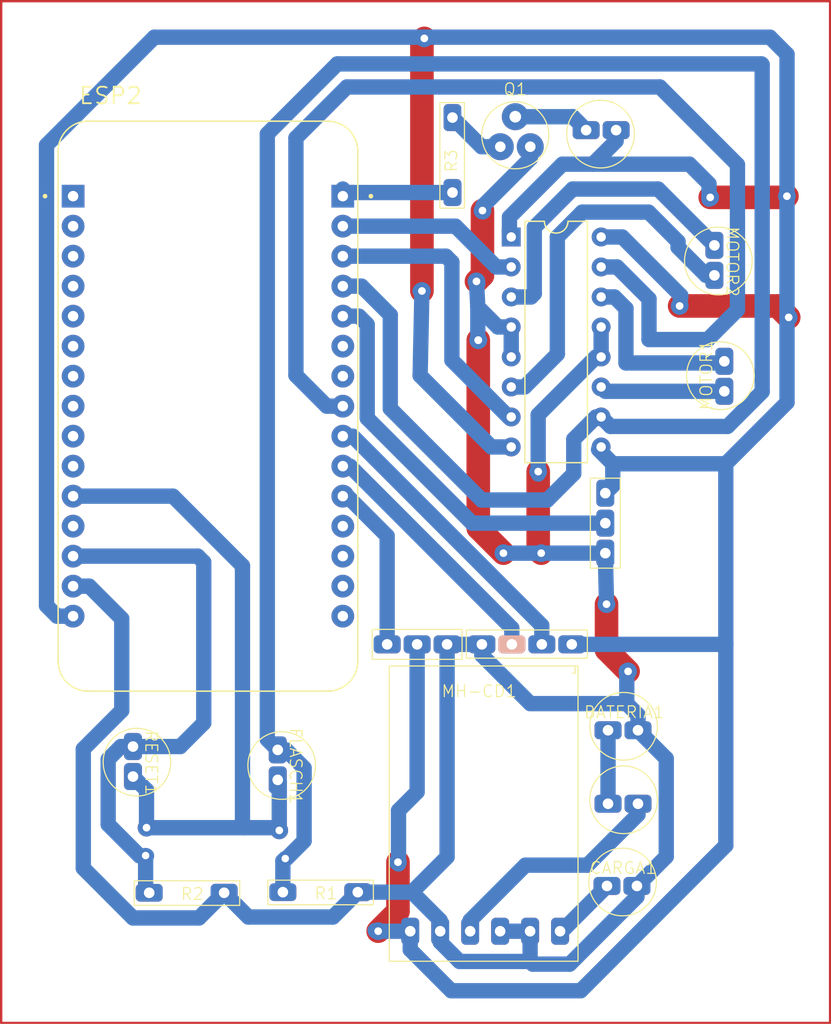
<source format=kicad_pcb>
(kicad_pcb (version 20221018) (generator pcbnew)
  (layers (0 "F.Cu" signal) (31 "B.Cu" signal) (34 "B.Paste" user) (35 "F.Paste" user) (36 "B.SilkS" user "B.Silkscreen") (37 "F.SilkS" user "F.Silkscreen") (38 "B.Mask" user) (39 "F.Mask" user) (44 "Edge.Cuts" user))
  (net 0 "")
  (net 1 "/reset")
  (net 2 "Net-(Q1-C)")
  (net 3 "+5V")
  (net 4 "/CARGA")
  (net 5 "/D1_motor")
  (net 6 "/D2_motor")
  (net 7 "/D4_led")
  (net 8 "/D5_motor")
  (net 9 "/D6_sonido")
  (net 10 "/D7_sonido")
  (net 11 "/D0_buzzer")
  (net 12 "/bateria")
  (net 13 "/3Y_motor")
  (net 14 "/4Y_motor")
  (net 15 "/1Y_motor")
  (net 16 "Net-(Q1-B)")
  (net 17 "/2Y_motor")
  (net 18 "/D8_brazo")
  (net 19 "Net-(BATERIA1-Pad1)")
  (net 20 "GND")
  (net 21 "+3.3V")
  (net 22 "/flash_D3")
  (footprint "ENTRADA 2PIN:2P" (layer "F.Cu") (at 60.956 88.509631 -90)
    (fp_text reference "RESET1" (at 3.9116 -4.0942 -90 unlocked) (layer "F.SilkS") (effects (font (thickness 0.1))))
    (fp_text value "~" hide)
    (fp_circle (center 3.8608 -2.875262) (end 6.1468 -1.148062) (stroke (width 0.1)) (fill none) (layer "F.SilkS"))
    (pad "1" thru_hole roundrect (at 2.54 -2.54 270) (size 2.286 1.524) (drill 0.9) (layers "*.Cu" "*.Mask") (net 1 "/reset"))
    (pad "2" thru_hole roundrect (at 5.08 -2.54 270) (size 2.286 1.524) (drill 0.9) (layers "*.Cu" "*.Mask") (net 21 "+3.3V"))
  )
  (footprint "ENTRADA 2PIN:3P" (layer "F.Cu") (at 102.2604 68.326 -90)
    (fp_text reference "led1" hide)
    (fp_text value "~" hide)
    (fp_rect (start 0 -2.54) (end 7.62 0) (stroke (width 0.1)) (fill none) (layer "F.SilkS"))
    (pad "1" thru_hole roundrect (at 1.27 -1.27 270) (size 2.286 1.524) (drill 0.9) (layers "*.Cu" "B.Mask") (net 3 "+5V"))
    (pad "2" thru_hole roundrect (at 3.81 -1.27 270) (size 2.286 1.524) (drill 0.9) (layers "*.Cu" "B.Mask") (net 7 "/D4_led"))
    (pad "3" thru_hole roundrect (at 6.35 -1.27 270) (size 2.286 1.524) (drill 0.9) (layers "*.Cu" "B.Mask") (net 20 "GND"))
  )
  (footprint "ENTRADA 2PIN:3P" (layer "F.Cu") (at 91.3892 81.1276 180)
    (fp_text reference "SERVOMOTOR1" hide)
    (fp_text value "~" hide)
    (fp_rect (start 0 -2.54) (end 7.62 0) (stroke (width 0.1)) (fill none) (layer "F.SilkS"))
    (pad "1" thru_hole roundrect (at 1.27 -1.27 180) (size 2.286 1.524) (drill 0.9) (layers "*.Cu" "B.Mask") (net 20 "GND"))
    (pad "2" thru_hole roundrect (at 3.81 -1.27 180) (size 2.286 1.524) (drill 0.9) (layers "*.Cu" "B.Mask") (net 3 "+5V"))
    (pad "3" thru_hole roundrect (at 6.35 -1.27 180) (size 2.286 1.524) (drill 0.9) (layers "*.Cu" "B.Mask") (net 18 "/D8_brazo"))
  )
  (footprint "ENTRADA 2PIN:2P" (layer "F.Cu") (at 106.9848 36.318703 180)
    (fp_text reference "BUZZER1" hide)
    (fp_text value "~" hide)
    (fp_circle (center 3.8608 -2.875262) (end 6.1468 -1.148062) (stroke (width 0.1)) (fill none) (layer "F.SilkS"))
    (pad "1" thru_hole roundrect (at 2.54 -2.54 180) (size 2.286 1.524) (drill 0.9) (layers "*.Cu" "*.Mask") (net 3 "+5V"))
    (pad "2" thru_hole roundrect (at 5.08 -2.54 180) (size 2.286 1.524) (drill 0.9) (layers "*.Cu" "*.Mask") (net 2 "Net-(Q1-C)"))
  )
  (footprint "ENTRADA 2PIN:4P" (layer "F.Cu") (at 102.0572 81.1276 180)
    (fp_text reference "SENSOR_ULTRASONIDO1" hide)
    (fp_text value "~" hide)
    (fp_rect (start 0.0508 -2.4384) (end 10.3124 -0.0508) (stroke (width 0.1)) (fill none) (layer "F.SilkS"))
    (pad "1" thru_hole roundrect (at 1.3716 -1.27 180) (size 2.286 1.524) (drill 0.9) (layers "*.Cu" "*.Mask") (net 3 "+5V"))
    (pad "2" thru_hole roundrect (at 3.9116 -1.27 180) (size 2.286 1.524) (drill 0.9) (layers "*.Cu" "*.Mask") (net 9 "/D6_sonido"))
    (pad "3" thru_hole roundrect (at 6.4516 -1.27 180) (size 2.286 1.524) (drill 0.9) (layers "*.Cu" "*.Mask" "B.SilkS") (net 10 "/D7_sonido"))
    (pad "4" thru_hole roundrect (at 8.9916 -1.27 180) (size 2.286 1.524) (drill 0.9) (layers "*.Cu" "*.Mask") (net 20 "GND"))
  )
  (footprint "MH-CD42:MH-CD42" (layer "F.Cu") (at 85.217 109.228)
    (fp_text reference "MH-CD1" (at 7.62 -22.86 unlocked) (layer "F.SilkS") (effects (font (thickness 0.1))))
    (fp_text value "~")
    (fp_line (start 0 -25) (end 16 -25) (stroke (width 0.1)) (layer "F.SilkS"))
    (fp_line (start 0 0) (end 0 -25) (stroke (width 0.1)) (layer "F.SilkS"))
    (fp_line (start 0 0) (end 16 0) (stroke (width 0.1)) (layer "F.SilkS"))
    (fp_line (start 15.494 -24.384) (end 15.748 -24.384) (stroke (width 0.1)) (layer "F.SilkS"))
    (fp_line (start 15.748 -24.384) (end 15.748 -24.892) (stroke (width 0.1)) (layer "F.SilkS"))
    (fp_line (start 16 -25) (end 16 0) (stroke (width 0.1)) (layer "F.SilkS"))
    (pad "1" thru_hole roundrect (at 1.778 -2.54 90) (size 2.286 1.524) (drill 0.9) (layers "*.Cu" "*.Mask") (net 3 "+5V"))
    (pad "2" thru_hole roundrect (at 4.318 -2.54 90) (size 2.286 1.524) (drill 0.9) (layers "*.Cu" "*.Mask") (net 20 "GND"))
    (pad "3" thru_hole roundrect (at 6.858 -2.54 90) (size 2.286 1.524) (drill 0.9) (layers "*.Cu" "*.Mask") (net 12 "/bateria"))
    (pad "4" thru_hole roundrect (at 9.398 -2.54 90) (size 2.286 1.524) (drill 0.9) (layers "*.Cu" "*.Mask") (net 20 "GND"))
    (pad "5" thru_hole roundrect (at 11.938 -2.54 90) (size 2.286 1.524) (drill 0.9) (layers "*.Cu" "*.Mask") (net 20 "GND"))
    (pad "6" thru_hole roundrect (at 14.478 -2.54 90) (size 2.286 1.524) (drill 0.9) (layers "*.Cu" "*.Mask") (net 4 "/CARGA"))
  )
  (footprint "resistencia:R" (layer "F.Cu") (at 89.4572 36.422 -90)
    (fp_text reference "R3" (at 5.0292 -1.016 -270 unlocked) (layer "F.SilkS") (effects (font (thickness 0.1))))
    (fp_text value "1K" hide)
    (fp_rect (start 0.1016 -2.1336) (end 9.0424 -0.0508) (stroke (width 0.1)) (fill none) (layer "F.SilkS"))
    (pad "1" thru_hole roundrect (at 1.3716 -1.1176 270) (size 2.286 1.5) (drill 0.9) (layers "*.Cu" "B.Mask") (net 16 "Net-(Q1-B)"))
    (pad "2" thru_hole roundrect (at 7.7216 -1.1176 270) (size 2.286 1.524) (drill 0.9) (layers "*.Cu" "B.Mask") (net 11 "/D0_buzzer"))
  )
  (footprint "ENTRADA 2PIN:2P" (layer "F.Cu") (at 73.224 88.792163 -90)
    (fp_text reference "FLASCH1" (at 3.9116 -4.064 -90 unlocked) (layer "F.SilkS") (effects (font (thickness 0.1))))
    (fp_text value "~")
    (fp_circle (center 3.8608 -2.875262) (end 6.1468 -1.148062) (stroke (width 0.1)) (fill none) (layer "F.SilkS"))
    (pad "1" thru_hole roundrect (at 2.54 -2.54 270) (size 2.286 1.524) (drill 0.9) (layers "*.Cu" "*.Mask") (net 22 "/flash_D3"))
    (pad "2" thru_hole roundrect (at 5.08 -2.54 270) (size 2.286 1.524) (drill 0.9) (layers "*.Cu" "*.Mask") (net 21 "+3.3V"))
  )
  (footprint "ENTRADA 2PIN:2P" (layer "F.Cu") (at 101.131031 105.3942)
    (fp_text reference "CARGA1" (at 3.9116 -4.064 unlocked) (layer "F.SilkS") (effects (font (thickness 0.1))))
    (fp_text value "~")
    (fp_circle (center 3.8608 -2.875262) (end 6.1468 -1.148062) (stroke (width 0.1)) (fill none) (layer "F.SilkS"))
    (pad "1" thru_hole roundrect (at 2.54 -2.54) (size 2.286 1.524) (drill 0.9) (layers "*.Cu" "*.Mask") (net 4 "/CARGA"))
    (pad "2" thru_hole roundrect (at 5.08 -2.54) (size 2.286 1.524) (drill 0.9) (layers "*.Cu" "*.Mask") (net 20 "GND"))
  )
  (footprint "ENTRADA 2PIN:2P" (layer "F.Cu") (at 101.219 92.21)
    (fp_text reference "BATERIA1" (at 3.9116 -4.064 unlocked) (layer "F.SilkS") (effects (font (thickness 0.1))))
    (fp_text value "~")
    (fp_circle (center 3.8608 -2.875262) (end 6.1468 -1.148062) (stroke (width 0.1)) (fill none) (layer "F.SilkS"))
    (pad "1" thru_hole roundrect (at 2.54 -2.54) (size 2.286 1.524) (drill 0.9) (layers "*.Cu" "*.Mask") (net 19 "Net-(BATERIA1-Pad1)"))
    (pad "2" thru_hole roundrect (at 5.08 -2.54) (size 2.286 1.524) (drill 0.9) (layers "*.Cu" "*.Mask") (net 20 "GND"))
  )
  (footprint "ENTRADA 2PIN:2P" (layer "F.Cu") (at 116.1558 63.511769 90)
    (fp_text reference "MOTOR1" (at 3.9116 -4.064 90 unlocked) (layer "F.SilkS") (effects (font (thickness 0.1))))
    (fp_text value "~" hide)
    (fp_circle (center 3.8608 -2.875262) (end 6.1468 -1.148062) (stroke (width 0.1)) (fill none) (layer "F.SilkS"))
    (pad "1" thru_hole roundrect (at 2.54 -2.54 90) (size 2.286 1.524) (drill 0.9) (layers "*.Cu" "*.Mask") (net 13 "/3Y_motor"))
    (pad "2" thru_hole roundrect (at 5.08 -2.54 90) (size 2.286 1.524) (drill 0.9) (layers "*.Cu" "*.Mask") (net 14 "/4Y_motor"))
  )
  (footprint "Package_DIP:DIP-16_W7.62mm" (layer "F.Cu") (at 95.5548 47.9044)
    (fp_text reference "U1" hide)
    (fp_text value "L293D" hide)
    (fp_line (start 1.16 -1.33) (end 1.16 19.11) (stroke (width 0.12)) (layer "F.SilkS"))
    (fp_line (start 1.16 19.11) (end 6.46 19.11) (stroke (width 0.12)) (layer "F.SilkS"))
    (fp_line (start 2.81 -1.33) (end 1.16 -1.33) (stroke (width 0.12)) (layer "F.SilkS"))
    (fp_line (start 6.46 -1.33) (end 4.81 -1.33) (stroke (width 0.12)) (layer "F.SilkS"))
    (fp_line (start 6.46 19.11) (end 6.46 -1.33) (stroke (width 0.12)) (layer "F.SilkS"))
    (fp_arc (start 4.81 -1.33) (mid 3.81 -0.33) (end 2.81 -1.33) (stroke (width 0.12)) (layer "F.SilkS"))
    (pad "1" thru_hole rect (at 0 0) (size 1.6 1.6) (drill 0.8) (layers "*.Cu" "*.Mask") (net 3 "+5V"))
    (pad "2" thru_hole oval (at 0 2.54) (size 1.6 1.6) (drill 0.8) (layers "*.Cu" "*.Mask") (net 5 "/D1_motor"))
    (pad "3" thru_hole oval (at 0 5.08) (size 1.6 1.6) (drill 0.8) (layers "*.Cu" "*.Mask") (net 15 "/1Y_motor"))
    (pad "4" thru_hole oval (at 0 7.62) (size 1.6 1.6) (drill 0.8) (layers "*.Cu" "*.Mask") (net 20 "GND"))
    (pad "5" thru_hole oval (at 0 10.16) (size 1.6 1.6) (drill 0.8) (layers "*.Cu" "*.Mask") (net 20 "GND"))
    (pad "6" thru_hole oval (at 0 12.7) (size 1.6 1.6) (drill 0.8) (layers "*.Cu" "*.Mask") (net 17 "/2Y_motor"))
    (pad "7" thru_hole oval (at 0 15.24) (size 1.6 1.6) (drill 0.8) (layers "*.Cu" "*.Mask") (net 6 "/D2_motor"))
    (pad "8" thru_hole oval (at 0 17.78) (size 1.6 1.6) (drill 0.8) (layers "*.Cu" "*.Mask") (net 3 "+5V"))
    (pad "9" thru_hole oval (at 7.62 17.78) (size 1.6 1.6) (drill 0.8) (layers "*.Cu" "*.Mask") (net 3 "+5V"))
    (pad "10" thru_hole oval (at 7.62 15.24) (size 1.6 1.6) (drill 0.8) (layers "*.Cu" "*.Mask") (net 22 "/flash_D3"))
    (pad "11" thru_hole oval (at 7.62 12.7) (size 1.6 1.6) (drill 0.8) (layers "*.Cu" "*.Mask") (net 13 "/3Y_motor"))
    (pad "12" thru_hole oval (at 7.62 10.16) (size 1.6 1.6) (drill 0.8) (layers "*.Cu" "*.Mask") (net 20 "GND"))
    (pad "13" thru_hole oval (at 7.62 7.62) (size 1.6 1.6) (drill 0.8) (layers "*.Cu" "*.Mask") (net 20 "GND"))
    (pad "14" thru_hole oval (at 7.62 5.08) (size 1.6 1.6) (drill 0.8) (layers "*.Cu" "*.Mask") (net 14 "/4Y_motor"))
    (pad "15" thru_hole oval (at 7.62 2.54) (size 1.6 1.6) (drill 0.8) (layers "*.Cu" "*.Mask") (net 8 "/D5_motor"))
    (pad "16" thru_hole oval (at 7.62 0) (size 1.6 1.6) (drill 0.8) (layers "*.Cu" "*.Mask") (net 3 "+5V"))
  )
  (footprint "transistores:2N2222" (layer "F.Cu") (at 95.898631 39.292103 180)
    (fp_text reference "Q1" (at 0 3.891194 unlocked) (layer "F.SilkS") (effects (font (thickness 0.1))))
    (fp_text value "2N2222" hide)
    (fp_circle (center 0 0) (end 1.27 2.54) (stroke (width 0.1)) (fill none) (layer "F.SilkS"))
    (pad "1" thru_hole circle (at -1.27 -0.970194 180) (size 2.286 2.286) (drill 0.9) (layers "*.Cu" "B.Mask") (net 20 "GND"))
    (pad "2" thru_hole circle (at 1.27 -0.970194 180) (size 2.286 2.286) (drill 0.9) (layers "*.Cu" "B.Mask") (net 16 "Net-(Q1-B)"))
    (pad "3" thru_hole circle (at 0 1.569806 180) (size 2.286 2.286) (drill 0.99) (layers "*.Cu" "B.Mask") (net 2 "Net-(Q1-C)"))
  )
  (footprint "ENTRADA 2PIN:2P" (layer "F.Cu") (at 101.219 98.433)
    (fp_text reference "INTERRUPTOR1" hide)
    (fp_text value "~" hide)
    (fp_circle (center 3.8608 -2.875262) (end 6.1468 -1.148062) (stroke (width 0.1)) (fill none) (layer "F.SilkS"))
    (pad "1" thru_hole roundrect (at 2.54 -2.54) (size 2.286 1.524) (drill 0.9) (layers "*.Cu" "*.Mask") (net 19 "Net-(BATERIA1-Pad1)"))
    (pad "2" thru_hole roundrect (at 5.08 -2.54) (size 2.286 1.524) (drill 0.9) (layers "*.Cu" "*.Mask") (net 12 "/bateria"))
  )
  (footprint "ESP8266:SEEED_113990105" (layer "F.Cu") (at 69.85 62.23)
    (fp_text reference "ESP2" (at -8.255 -26.289) (layer "F.SilkS") (effects (font (size 1.4 1.4))))
    (fp_text value "~")
    (fp_line (start -12.7 21.59) (end -12.7 -21.59) (stroke (width 0.127)) (layer "F.SilkS"))
    (fp_line (start -10.16 -24.13) (end 10.16 -24.13) (stroke (width 0.127)) (layer "F.SilkS"))
    (fp_line (start 10.16 24.13) (end -10.16 24.13) (stroke (width 0.127)) (layer "F.SilkS"))
    (fp_line (start 12.7 -21.59) (end 12.7 21.59) (stroke (width 0.127)) (layer "F.SilkS"))
    (fp_arc (start -12.7 -21.59) (mid -11.956051 -23.386051) (end -10.16 -24.13) (stroke (width 0.127)) (layer "F.SilkS"))
    (fp_arc (start -10.16 24.13) (mid -11.956051 23.386051) (end -12.7 21.59) (stroke (width 0.127)) (layer "F.SilkS"))
    (fp_arc (start 10.16 -24.13) (mid 11.956051 -23.386051) (end 12.7 -21.59) (stroke (width 0.127)) (layer "F.SilkS"))
    (fp_arc (start 12.7 21.59) (mid 11.956051 23.386051) (end 10.16 24.13) (stroke (width 0.127)) (layer "F.SilkS"))
    (fp_circle (center -13.81 -17.78) (end -13.71 -17.78) (stroke (width 0.2)) (fill none) (layer "F.SilkS"))
    (fp_circle (center 13.81 -17.78) (end 13.91 -17.78) (stroke (width 0.2)) (fill none) (layer "F.SilkS"))
    (pad "" np_thru_hole circle (at -10.16 -21.59) (size 3.2 3.2) (drill 3.2) (layers "*.Cu" "*.Mask"))
    (pad "" np_thru_hole circle (at -10.16 21.59) (size 3.2 3.2) (drill 3.2) (layers "*.Cu" "*.Mask"))
    (pad "" np_thru_hole circle (at 10.16 -21.59) (size 3.2 3.2) (drill 3.2) (layers "*.Cu" "*.Mask"))
    (pad "" np_thru_hole circle (at 10.16 21.59) (size 3.2 3.2) (drill 3.2) (layers "*.Cu" "*.Mask"))
    (pad "J1_1" thru_hole rect (at -11.43 -17.78) (size 1.93 1.93) (drill 0.889) (layers "*.Cu" "*.Mask"))
    (pad "J1_2" thru_hole circle (at -11.43 -15.24) (size 1.93 1.93) (drill 0.889) (layers "*.Cu" "*.Mask"))
    (pad "J1_3" thru_hole circle (at -11.43 -12.7) (size 1.93 1.93) (drill 0.889) (layers "*.Cu" "*.Mask"))
    (pad "J1_4" thru_hole circle (at -11.43 -10.16) (size 1.93 1.93) (drill 0.889) (layers "*.Cu" "*.Mask"))
    (pad "J1_5" thru_hole circle (at -11.43 -7.62) (size 1.93 1.93) (drill 0.889) (layers "*.Cu" "*.Mask"))
    (pad "J1_6" thru_hole circle (at -11.43 -5.08) (size 1.93 1.93) (drill 0.889) (layers "*.Cu" "*.Mask"))
    (pad "J1_7" thru_hole circle (at -11.43 -2.54) (size 1.93 1.93) (drill 0.889) (layers "*.Cu" "*.Mask"))
    (pad "J1_8" thru_hole circle (at -11.43 0) (size 1.93 1.93) (drill 0.889) (layers "*.Cu" "*.Mask"))
    (pad "J1_9" thru_hole circle (at -11.43 2.54) (size 1.93 1.93) (drill 0.889) (layers "*.Cu" "*.Mask"))
    (pad "J1_10" thru_hole circle (at -11.43 5.08) (size 1.93 1.93) (drill 0.889) (layers "*.Cu" "*.Mask"))
    (pad "J1_11" thru_hole circle (at -11.43 7.62) (size 1.93 1.93) (drill 0.889) (layers "*.Cu" "*.Mask") (net 21 "+3.3V"))
    (pad "J1_12" thru_hole circle (at -11.43 10.16) (size 1.93 1.93) (drill 0.889) (layers "*.Cu" "*.Mask"))
    (pad "J1_13" thru_hole circle (at -11.43 12.7) (size 1.93 1.93) (drill 0.889) (layers "*.Cu" "*.Mask") (net 1 "/reset"))
    (pad "J1_14" thru_hole circle (at -11.43 15.24) (size 1.93 1.93) (drill 0.889) (layers "*.Cu" "*.Mask") (net 20 "GND"))
    (pad "J1_15" thru_hole circle (at -11.43 17.78) (size 1.93 1.93) (drill 0.889) (layers "*.Cu" "*.Mask") (net 3 "+5V"))
    (pad "J2_1" thru_hole rect (at 11.43 -17.78) (size 1.93 1.93) (drill 0.889) (layers "*.Cu" "*.Mask") (net 11 "/D0_buzzer"))
    (pad "J2_2" thru_hole circle (at 11.43 -15.24) (size 1.93 1.93) (drill 0.889) (layers "*.Cu" "*.Mask") (net 5 "/D1_motor"))
    (pad "J2_3" thru_hole circle (at 11.43 -12.7) (size 1.93 1.93) (drill 0.889) (layers "*.Cu" "*.Mask") (net 6 "/D2_motor"))
    (pad "J2_4" thru_hole circle (at 11.43 -10.16) (size 1.93 1.93) (drill 0.889) (layers "*.Cu" "*.Mask") (net 22 "/flash_D3"))
    (pad "J2_5" thru_hole circle (at 11.43 -7.62) (size 1.93 1.93) (drill 0.889) (layers "*.Cu" "*.Mask") (net 7 "/D4_led"))
    (pad "J2_6" thru_hole circle (at 11.43 -5.08) (size 1.93 1.93) (drill 0.889) (layers "*.Cu" "*.Mask"))
    (pad "J2_7" thru_hole circle (at 11.43 -2.54) (size 1.93 1.93) (drill 0.889) (layers "*.Cu" "*.Mask"))
    (pad "J2_8" thru_hole circle (at 11.43 0) (size 1.93 1.93) (drill 0.889) (layers "*.Cu" "*.Mask") (net 8 "/D5_motor"))
    (pad "J2_9" thru_hole circle (at 11.43 2.54) (size 1.93 1.93) (drill 0.889) (layers "*.Cu" "*.Mask") (net 9 "/D6_sonido"))
    (pad "J2_10" thru_hole circle (at 11.43 5.08) (size 1.93 1.93) (drill 0.889) (layers "*.Cu" "*.Mask") (net 10 "/D7_sonido"))
    (pad "J2_11" thru_hole circle (at 11.43 7.62) (size 1.93 1.93) (drill 0.889) (layers "*.Cu" "*.Mask") (net 18 "/D8_brazo"))
    (pad "J2_12" thru_hole circle (at 11.43 10.16) (size 1.93 1.93) (drill 0.889) (layers "*.Cu" "*.Mask"))
    (pad "J2_13" thru_hole circle (at 11.43 12.7) (size 1.93 1.93) (drill 0.889) (layers "*.Cu" "*.Mask"))
    (pad "J2_14" thru_hole circle (at 11.43 15.24) (size 1.93 1.93) (drill 0.889) (layers "*.Cu" "*.Mask"))
    (pad "J2_15" thru_hole circle (at 11.43 17.78) (size 1.93 1.93) (drill 0.889) (layers "*.Cu" "*.Mask"))
  )
  (footprint "resistencia:R" (layer "F.Cu") (at 74.8268 104.4972)
    (fp_text reference "R1" (at 5.0292 -1.016 unlocked) (layer "F.SilkS") (effects (font (thickness 0.1))))
    (fp_text value "10K" hide)
    (fp_rect (start 0.1016 -2.1336) (end 9.0424 -0.0508) (stroke (width 0.1)) (fill none) (layer "F.SilkS"))
    (pad "1" thru_hole roundrect (at 1.3716 -1.1176) (size 2.286 1.5) (drill 0.9) (layers "*.Cu" "B.Mask") (net 22 "/flash_D3"))
    (pad "2" thru_hole roundrect (at 7.7216 -1.1176) (size 2.286 1.524) (drill 0.9) (layers "*.Cu" "B.Mask") (net 20 "GND"))
  )
  (footprint "resistencia:R" (layer "F.Cu") (at 63.4984 104.548)
    (fp_text reference "R2" (at 5.0292 -1.016 unlocked) (layer "F.SilkS") (effects (font (thickness 0.1))))
    (fp_text value "10K" hide)
    (fp_rect (start 0.1016 -2.1336) (end 9.0424 -0.0508) (stroke (width 0.1)) (fill none) (layer "F.SilkS"))
    (pad "1" thru_hole roundrect (at 1.3716 -1.1176) (size 2.286 1.5) (drill 0.9) (layers "*.Cu" "B.Mask") (net 1 "/reset"))
    (pad "2" thru_hole roundrect (at 7.7216 -1.1176) (size 2.286 1.524) (drill 0.9) (layers "*.Cu" "B.Mask") (net 20 "GND"))
  )
  (footprint "ENTRADA 2PIN:2P" (layer "F.Cu") (at 110.236 46.0756 -90)
    (fp_text reference "MOTOR2" (at 3.9116 -4.064 -90 unlocked) (layer "F.SilkS") (effects (font (thickness 0.1))))
    (fp_text value "~")
    (fp_circle (center 3.8608 -2.875262) (end 6.1468 -1.148062) (stroke (width 0.1)) (fill none) (layer "F.SilkS"))
    (pad "1" thru_hole roundrect (at 2.54 -2.54 270) (size 2.286 1.524) (drill 0.9) (layers "*.Cu" "*.Mask") (net 15 "/1Y_motor"))
    (pad "2" thru_hole roundrect (at 5.08 -2.54 270) (size 2.286 1.524) (drill 0.9) (layers "*.Cu" "*.Mask") (net 17 "/2Y_motor"))
  )
  (gr_rect (start 52.324 27.94) (end 122.5804 114.4524) (stroke (width 0.2)) (fill none) (layer "F.Cu"))
  (via (at 64.5668 100.2792) (size 0.889) (drill 0.635) (layers "F.Cu" "B.Cu") (net 1))
  (segment (start 69.4944 75.438) (end 68.9864 74.93) (width 1.3) (layer "B.Cu") (net 1))
  (segment (start 67.497169 91.049631) (end 69.4944 89.0524) (width 1.3) (layer "B.Cu") (net 1))
  (segment (start 64.055895 100.307) (end 61.392 97.643105) (width 1.3) (layer "B.Cu") (net 1))
  (segment (start 61.392 97.643105) (end 61.392 92.1288) (width 1.3) (layer "B.Cu") (net 1))
  (segment (start 64.5668 100.2792) (end 64.5668 103.1272) (width 1.3) (layer "B.Cu") (net 1))
  (segment (start 69.4944 89.0524) (end 69.4944 75.438) (width 1.3) (layer "B.Cu") (net 1))
  (segment (start 63.496 91.049631) (end 67.497169 91.049631) (width 1.3) (layer "B.Cu") (net 1))
  (segment (start 62.471169 91.049631) (end 63.496 91.049631) (width 1.3) (layer "B.Cu") (net 1))
  (segment (start 64.5668 103.1272) (end 64.87 103.4304) (width 1.3) (layer "B.Cu") (net 1))
  (segment (start 61.392 92.1288) (end 62.471169 91.049631) (width 1.3) (layer "B.Cu") (net 1))
  (segment (start 64.6438 100.307) (end 64.055895 100.307) (width 1.3) (layer "B.Cu") (net 1))
  (segment (start 68.9864 74.93) (end 58.42 74.93) (width 1.3) (layer "B.Cu") (net 1))
  (segment (start 95.898631 37.722297) (end 100.768394 37.722297) (width 1.3) (layer "B.Cu") (net 2))
  (segment (start 100.768394 37.722297) (end 101.9048 38.858703) (width 1.3) (layer "B.Cu") (net 2))
  (segment (start 85.9536 105.0036) (end 84.2772 106.68) (width 2) (layer "F.Cu") (net 3))
  (segment (start 118.8212 44.5516) (end 118.9228 44.45) (width 2) (layer "F.Cu") (net 3))
  (segment (start 112.4204 44.5516) (end 118.8212 44.5516) (width 2) (layer "F.Cu") (net 3))
  (segment (start 87.9856 52.4764) (end 87.9856 31.2928) (width 2) (layer "F.Cu") (net 3))
  (segment (start 118.11 53.7464) (end 119.0752 54.7116) (width 2) (layer "F.Cu") (net 3))
  (segment (start 109.8296 53.7464) (end 118.11 53.7464) (width 2) (layer "F.Cu") (net 3))
  (segment (start 87.9856 31.2928) (end 88.1888 31.0896) (width 2) (layer "F.Cu") (net 3))
  (segment (start 85.9536 100.838) (end 85.9536 105.0036) (width 2) (layer "F.Cu") (net 3))
  (via (at 119.0752 54.7116) (size 1.5) (drill 0.65) (layers "F.Cu" "B.Cu") (net 3))
  (via (at 88.1888 31.0896) (size 1.5) (drill 0.65) (layers "F.Cu" "B.Cu") (net 3))
  (via (at 109.8296 53.7464) (size 1.5) (drill 0.65) (layers "F.Cu" "B.Cu") (net 3))
  (via (at 87.9856 52.4764) (size 1.5) (drill 0.65) (layers "F.Cu" "B.Cu") (net 3))
  (via (at 84.2772 106.68) (size 1.5) (drill 0.65) (layers "F.Cu" "B.Cu") (net 3))
  (via (at 85.9536 100.838) (size 1.5) (drill 0.65) (layers "F.Cu" "B.Cu") (net 3))
  (via (at 112.4204 44.5516) (size 1.5) (drill 0.65) (layers "F.Cu" "B.Cu") (net 3))
  (via (at 118.9228 44.45) (size 1.5) (drill 0.65) (layers "F.Cu" "B.Cu") (net 3))
  (segment (start 118.9304 44.4424) (end 118.9228 44.45) (width 1.3) (layer "B.Cu") (net 3))
  (segment (start 88.1888 31.0896) (end 88.2904 30.988) (width 1.3) (layer "B.Cu") (net 3))
  (segment (start 104.161694 68.964706) (end 104.161694 67.1068) (width 1.3) (layer "B.Cu") (net 3))
  (segment (start 102.476342 41.7424) (end 110.6576 41.7424) (width 1.3) (layer "B.Cu") (net 3))
  (segment (start 86.0044 100.8888) (end 86.0044 100.9904) (width 1.3) (layer "B.Cu") (net 3))
  (segment (start 104.4448 39.773942) (end 102.476342 41.7424) (width 1.3) (layer "B.Cu") (net 3))
  (segment (start 104.4448 38.858703) (end 104.4448 39.773942) (width 1.3) (layer "B.Cu") (net 3))
  (segment (start 87.5792 82.3976) (end 87.5792 94.893561) (width 1.3) (layer "B.Cu") (net 3))
  (segment (start 56.166 79.120716) (end 56.166 40.127834) (width 1.3) (layer "B.Cu") (net 3))
  (segment (start 65.305834 30.988) (end 88.0872 30.988) (width 1.3) (layer "B.Cu") (net 3))
  (segment (start 86.0044 96.468361) (end 86.0044 100.7872) (width 1.3) (layer "B.Cu") (net 3))
  (segment (start 86.995 106.688) (end 84.2852 106.688) (width 1.3) (layer "B.Cu") (net 3))
  (segment (start 118.9304 54.5668) (end 119.0752 54.7116) (width 1.3) (layer "B.Cu") (net 3))
  (segment (start 118.9304 44.4576) (end 118.9304 54.5668) (width 1.3) (layer "B.Cu") (net 3))
  (segment (start 112.3188 44.6532) (end 112.3188 44.704) (width 1.3) (layer "B.Cu") (net 3))
  (segment (start 86.0044 100.7872) (end 85.9536 100.838) (width 1.3) (layer "B.Cu") (net 3))
  (segment (start 113.7412 99.426908) (end 113.7412 82.3468) (width 1.3) (layer "B.Cu") (net 3))
  (segment (start 87.5792 94.893561) (end 86.0044 96.468361) (width 1.3) (layer "B.Cu") (net 3))
  (segment (start 118.9304 32.439695) (end 118.9304 44.4424) (width 1.3) (layer "B.Cu") (net 3))
  (segment (start 102.476342 41.7424) (end 99.88952 41.7424) (width 1.3) (layer "B.Cu") (net 3))
  (segment (start 93.8784 65.6844) (end 91.186 62.992) (width 1.3) (layer "B.Cu") (net 3))
  (segment (start 119.0752 54.7116) (end 118.9304 54.8564) (width 1.3) (layer "B.Cu") (net 3))
  (segment (start 87.9856 52.4764) (end 87.8332 52.4764) (width 1.3) (layer "B.Cu") (net 3))
  (segment (start 84.082 106.688) (end 84.0232 106.6292) (width 1.3) (layer "B.Cu") (net 3))
  (segment (start 117.478705 30.988) (end 118.9304 32.439695) (width 1.3) (layer "B.Cu") (net 3))
  (segment (start 57.055284 80.01) (end 56.166 79.120716) (width 1.3) (layer "B.Cu") (net 3))
  (segment (start 118.9228 44.45) (end 118.9304 44.4576) (width 1.3) (layer "B.Cu") (net 3))
  (segment (start 118.9304 54.8564) (end 118.9304 61.9176) (width 1.3) (layer "B.Cu") (net 3))
  (segment (start 86.995 106.688) (end 86.995 108.250876) (width 1.3) (layer "B.Cu") (net 3))
  (segment (start 86.995 108.250876) (end 90.472124 111.728) (width 1.3) (layer "B.Cu") (net 3))
  (segment (start 84.2772 106.68) (end 84.2692 106.688) (width 1.3) (layer "B.Cu") (net 3))
  (segment (start 109.8296 53.7464) (end 109.9312 53.6956) (width 1.3) (layer "B.Cu") (net 3))
  (segment (start 58.42 80.01) (end 57.055284 80.01) (width 1.3) (layer "B.Cu") (net 3))
  (segment (start 99.88952 41.7424) (end 95.4048 46.227121) (width 1.3) (layer "B.Cu") (net 3))
  (segment (start 56.166 40.127834) (end 65.305834 30.988) (width 1.3) (layer "B.Cu") (net 3))
  (segment (start 90.472124 111.728) (end 101.440108 111.728) (width 1.3) (layer "B.Cu") (net 3))
  (segment (start 88.2904 30.988) (end 117.478705 30.988) (width 1.3) (layer "B.Cu") (net 3))
  (segment (start 103.5304 69.596) (end 104.161694 68.964706) (width 1.3) (layer "B.Cu") (net 3))
  (segment (start 84.2692 106.688) (end 84.082 106.688) (width 1.3) (layer "B.Cu") (net 3))
  (segment (start 101.440108 111.728) (end 113.7412 99.426908) (width 1.3) (layer "B.Cu") (net 3))
  (segment (start 112.4204 44.5516) (end 112.3188 44.6532) (width 1.3) (layer "B.Cu") (net 3))
  (segment (start 104.161694 67.1068) (end 102.957047 65.902153) (width 1.3) (layer "B.Cu") (net 3))
  (segment (start 112.3188 43.4036) (end 112.3188 44.45) (width 1.3) (layer "B.Cu") (net 3))
  (segment (start 84.2852 106.688) (end 84.2772 106.68) (width 1.3) (layer "B.Cu") (net 3))
  (segment (start 118.9304 61.9176) (end 113.7412 67.1068) (width 1.3) (layer "B.Cu") (net 3))
  (segment (start 112.3188 44.45) (end 112.4204 44.5516) (width 1.3) (layer "B.Cu") (net 3))
  (segment (start 95.4048 46.227121) (end 95.4048 47.9044) (width 1.3) (layer "B.Cu") (net 3))
  (segment (start 87.8332 59.6392) (end 87.9856 52.4764) (width 1.3) (layer "B.Cu") (net 3))
  (segment (start 103.1748 47.9044) (end 104.96505 47.9044) (width 1.3) (layer "B.Cu") (net 3))
  (segment (start 88.0872 30.988) (end 88.1888 31.0896) (width 1.3) (layer "B.Cu") (net 3))
  (segment (start 113.7412 67.1068) (end 104.161694 67.1068) (width 1.3) (layer "B.Cu") (net 3))
  (segment (start 104.96505 47.9044) (end 109.9312 52.87055) (width 1.3) (layer "B.Cu") (net 3))
  (segment (start 109.9312 52.87055) (end 109.8296 53.7464) (width 1.3) (layer "B.Cu") (net 3))
  (segment (start 95.5548 65.6844) (end 93.8784 65.6844) (width 1.3) (layer "B.Cu") (net 3))
  (segment (start 85.9536 100.838) (end 86.0044 100.8888) (width 1.3) (layer "B.Cu") (net 3))
  (segment (start 113.6904 82.3976) (end 113.7412 82.3468) (width 1.3) (layer "B.Cu") (net 3))
  (segment (start 91.186 62.992) (end 87.8332 59.6392) (width 1.3) (layer "B.Cu") (net 3))
  (segment (start 100.6856 82.3976) (end 113.6904 82.3976) (width 1.3) (layer "B.Cu") (net 3))
  (segment (start 113.7412 82.3468) (end 113.7412 67.1068) (width 1.3) (layer "B.Cu") (net 3))
  (segment (start 110.6576 41.7424) (end 112.3188 43.4036) (width 1.3) (layer "B.Cu") (net 3))
  (segment (start 103.671031 102.8542) (end 103.5288 102.8542) (width 1.3) (layer "B.Cu") (net 4))
  (segment (start 99.837231 106.688) (end 103.671031 102.8542) (width 1.3) (layer "B.Cu") (net 4))
  (segment (start 99.695 106.688) (end 99.837231 106.688) (width 1.3) (layer "B.Cu") (net 4))
  (segment (start 94.2868 50.4444) (end 95.5548 50.4444) (width 1.3) (layer "B.Cu") (net 5))
  (segment (start 81.28 46.99) (end 90.8324 46.99) (width 1.3) (layer "B.Cu") (net 5))
  (segment (start 90.8324 46.99) (end 94.2868 50.4444) (width 1.3) (layer "B.Cu") (net 5))
  (segment (start 90.5256 50.038) (end 90.0176 49.53) (width 1.3) (layer "B.Cu") (net 6))
  (segment (start 90.0176 49.53) (end 81.28 49.53) (width 1.3) (layer "B.Cu") (net 6))
  (segment (start 90.5256 58.338573) (end 95.331427 63.1444) (width 1.3) (layer "B.Cu") (net 6))
  (segment (start 90.5256 50.038) (end 90.5256 58.338573) (width 1.3) (layer "B.Cu") (net 6))
  (segment (start 95.331427 63.1444) (end 95.5548 63.1444) (width 1.3) (layer "B.Cu") (net 6))
  (segment (start 83.349 63.24287) (end 83.349 55.314284) (width 1.3) (layer "B.Cu") (net 7))
  (segment (start 92.24213 72.136) (end 83.349 63.24287) (width 1.3) (layer "B.Cu") (net 7))
  (segment (start 82.644716 54.61) (end 81.28 54.61) (width 1.3) (layer "B.Cu") (net 7))
  (segment (start 103.5304 72.136) (end 92.24213 72.136) (width 1.3) (layer "B.Cu") (net 7))
  (segment (start 83.349 55.314284) (end 82.644716 54.61) (width 1.3) (layer "B.Cu") (net 7))
  (segment (start 108.1532 35.2044) (end 114.73 41.7812) (width 1.3) (layer "B.Cu") (net 8))
  (segment (start 114.73 54.074462) (end 112.213262 56.5912) (width 1.3) (layer "B.Cu") (net 8))
  (segment (start 104.529544 50.4444) (end 103.1748 50.4444) (width 1.3) (layer "B.Cu") (net 8))
  (segment (start 112.213262 56.5912) (end 107.2328 56.5912) (width 1.3) (layer "B.Cu") (net 8))
  (segment (start 81.28 62.23) (end 79.915284 62.23) (width 1.3) (layer "B.Cu") (net 8))
  (segment (start 77.306 39.519967) (end 81.621567 35.2044) (width 1.3) (layer "B.Cu") (net 8))
  (segment (start 107.2328 56.5912) (end 107.2328 53.147656) (width 1.3) (layer "B.Cu") (net 8))
  (segment (start 77.306 59.620716) (end 77.306 39.519967) (width 1.3) (layer "B.Cu") (net 8))
  (segment (start 81.621567 35.2044) (end 108.1532 35.2044) (width 1.3) (layer "B.Cu") (net 8))
  (segment (start 114.73 41.7812) (end 114.73 54.074462) (width 1.3) (layer "B.Cu") (net 8))
  (segment (start 79.915284 62.23) (end 77.306 59.620716) (width 1.3) (layer "B.Cu") (net 8))
  (segment (start 107.2328 53.147656) (end 104.529544 50.4444) (width 1.3) (layer "B.Cu") (net 8))
  (segment (start 98.1456 80.802844) (end 98.1456 82.3976) (width 1.3) (layer "B.Cu") (net 9))
  (segment (start 82.112756 64.77) (end 98.1456 80.802844) (width 1.3) (layer "B.Cu") (net 9))
  (segment (start 81.28 64.77) (end 82.112756 64.77) (width 1.3) (layer "B.Cu") (net 9))
  (segment (start 81.28 67.31) (end 81.889382 67.31) (width 1.3) (layer "B.Cu") (net 10))
  (segment (start 81.889382 67.31) (end 95.6056 81.026218) (width 1.3) (layer "B.Cu") (net 10))
  (segment (start 95.6056 81.026218) (end 95.6056 82.3976) (width 1.3) (layer "B.Cu") (net 10))
  (segment (start 90.5748 44.1436) (end 81.5864 44.1436) (width 1.3) (layer "B.Cu") (net 11))
  (segment (start 81.28 44.45) (end 81.28 43.8404) (width 1.3) (layer "B.Cu") (net 11))
  (segment (start 81.5864 44.1436) (end 81.28 44.45) (width 1.3) (layer "B.Cu") (net 11))
  (segment (start 102.015239 101.092) (end 96.755761 101.092) (width 1.3) (layer "B.Cu") (net 12))
  (segment (start 106.299 95.893) (end 106.299 96.808239) (width 1.3) (layer "B.Cu") (net 12))
  (segment (start 96.755761 101.092) (end 92.075 105.772761) (width 1.3) (layer "B.Cu") (net 12))
  (segment (start 106.299 96.808239) (end 102.015239 101.092) (width 1.3) (layer "B.Cu") (net 12))
  (segment (start 92.075 105.772761) (end 92.075 106.688) (width 1.3) (layer "B.Cu") (net 12))
  (segment (start 113.6158 60.971769) (end 103.542169 60.971769) (width 1.3) (layer "B.Cu") (net 13))
  (segment (start 103.542169 60.971769) (end 103.1748 60.6044) (width 1.3) (layer "B.Cu") (net 13))
  (segment (start 105.2788 58.5724) (end 113.475169 58.5724) (width 1.3) (layer "B.Cu") (net 14))
  (segment (start 104.30617 52.9844) (end 105.2788 53.95703) (width 1.3) (layer "B.Cu") (net 14))
  (segment (start 113.475169 58.5724) (end 113.6158 58.431769) (width 1.3) (layer "B.Cu") (net 14))
  (segment (start 105.2788 53.95703) (end 105.2788 58.5724) (width 1.3) (layer "B.Cu") (net 14))
  (segment (start 103.1748 52.9844) (end 104.30617 52.9844) (width 1.3) (layer "B.Cu") (net 14))
  (segment (start 97.5088 47.098626) (end 97.5088 52.7068) (width 1.3) (layer "B.Cu") (net 15))
  (segment (start 112.776 48.6156) (end 108.0068 43.8464) (width 1.3) (layer "B.Cu") (net 15))
  (segment (start 97.2312 52.9844) (end 95.5548 52.9844) (width 1.3) (layer "B.Cu") (net 15))
  (segment (start 97.5088 52.7068) (end 97.2312 52.9844) (width 1.3) (layer "B.Cu") (net 15))
  (segment (start 108.0068 43.8464) (end 100.761026 43.8464) (width 1.3) (layer "B.Cu") (net 15))
  (segment (start 100.761026 43.8464) (end 97.5088 47.098626) (width 1.3) (layer "B.Cu") (net 15))
  (segment (start 93.043497 40.262297) (end 90.5748 37.7936) (width 1.3) (layer "B.Cu") (net 16))
  (segment (start 94.628631 40.262297) (end 93.043497 40.262297) (width 1.3) (layer "B.Cu") (net 16))
  (segment (start 109.692513 48.77522) (end 109.692513 48.295487) (width 1.3) (layer "B.Cu") (net 17))
  (segment (start 96.68617 60.6044) (end 95.5548 60.6044) (width 1.3) (layer "B.Cu") (net 17))
  (segment (start 99.4628 57.82777) (end 96.68617 60.6044) (width 1.3) (layer "B.Cu") (net 17))
  (segment (start 112.072893 51.1556) (end 109.692513 48.77522) (width 1.3) (layer "B.Cu") (net 17))
  (segment (start 109.692513 48.295487) (end 107.197426 45.8004) (width 1.3) (layer "B.Cu") (net 17))
  (segment (start 112.776 51.1556) (end 112.072893 51.1556) (width 1.3) (layer "B.Cu") (net 17))
  (segment (start 99.4628 47.908) (end 99.4628 57.82777) (width 1.3) (layer "B.Cu") (net 17))
  (segment (start 107.197426 45.8004) (end 101.5704 45.8004) (width 1.3) (layer "B.Cu") (net 17))
  (segment (start 101.5704 45.8004) (end 99.4628 47.908) (width 1.3) (layer "B.Cu") (net 17))
  (segment (start 81.666008 69.85) (end 85.0392 73.223192) (width 1.3) (layer "B.Cu") (net 18))
  (segment (start 85.0392 73.223192) (end 85.0392 82.3976) (width 1.3) (layer "B.Cu") (net 18))
  (segment (start 81.28 69.85) (end 81.666008 69.85) (width 1.3) (layer "B.Cu") (net 18))
  (segment (start 103.759 89.67) (end 103.759 95.893) (width 1.3) (layer "B.Cu") (net 19))
  (segment (start 93.1164 45.6692) (end 93.1164 51.1556) (width 2) (layer "F.Cu") (net 20))
  (segment (start 92.7608 56.642) (end 92.7608 72.5424) (width 2) (layer "F.Cu") (net 20))
  (segment (start 92.7608 72.5424) (end 94.8944 74.676) (width 2) (layer "F.Cu") (net 20))
  (segment (start 103.632 78.994) (end 103.632 82.8548) (width 2) (layer "F.Cu") (net 20))
  (segment (start 97.8408 74.422) (end 98.0948 74.676) (width 2) (layer "F.Cu") (net 20))
  (segment (start 97.8408 67.7672) (end 97.8408 74.422) (width 2) (layer "F.Cu") (net 20))
  (segment (start 103.632 82.8548) (end 105.4608 84.6836) (width 2) (layer "F.Cu") (net 20))
  (segment (start 93.1164 51.1556) (end 92.6084 51.6636) (width 2) (layer "F.Cu") (net 20))
  (via (at 92.7608 56.642) (size 1.5) (drill 0.65) (layers "F.Cu" "B.Cu") (net 20))
  (via (at 103.632 78.994) (size 1.5) (drill 0.65) (layers "F.Cu" "B.Cu") (net 20))
  (via (at 92.6084 51.6636) (size 1.5) (drill 0.65) (layers "F.Cu" "B.Cu") (net 20))
  (via (at 105.4608 84.6836) (size 1.5) (drill 0.65) (layers "F.Cu" "B.Cu") (net 20))
  (via (at 97.8408 67.7672) (size 1.5) (drill 0.65) (layers "F.Cu" "B.Cu") (net 20))
  (via (at 92.7608 56.642) (size 1.5) (drill 0.65) (layers "F.Cu" "B.Cu") (net 20))
  (via (at 93.1164 45.6692) (size 1.5) (drill 0.65) (layers "F.Cu" "B.Cu") (net 20))
  (via (at 92.7608 56.642) (size 1.5) (drill 0.65) (layers "F.Cu" "B.Cu") (net 20))
  (via (at 92.7608 56.642) (size 1.5) (drill 0.65) (layers "F.Cu" "B.Cu") (net 20))
  (via (at 94.8944 74.676) (size 1.5) (drill 0.65) (layers "F.Cu" "B.Cu") (net 20))
  (via (at 98.0948 74.676) (size 1.5) (drill 0.65) (layers "F.Cu" "B.Cu") (net 20))
  (segment (start 93.0656 82.3976) (end 90.1192 82.3976) (width 1.3) (layer "B.Cu") (net 20))
  (segment (start 89.535 106.688) (end 89.535 107.603239) (width 1.3) (layer "B.Cu") (net 20))
  (segment (start 93.1164 45.6692) (end 93.1672 45.72) (width 1.3) (layer "B.Cu") (net 20))
  (segment (start 91.177161 109.2454) (end 97.155 109.2454) (width 1.3) (layer "B.Cu") (net 20))
  (segment (start 95.5548 55.5244) (end 94.42343 55.5244) (width 1.3) (layer "B.Cu") (net 20))
  (segment (start 97.155 109.2454) (end 97.3836 109.474) (width 1.3) (layer "B.Cu") (net 20))
  (segment (start 98.0948 74.676) (end 97.79 74.676) (width 1.3) (layer "B.Cu") (net 20))
  (segment (start 97.8408 67.7672) (end 97.8408 67.9764) (width 1.3) (layer "B.Cu") (net 20))
  (segment (start 59.2836 101.346) (end 63.5 105.5624) (width 1.3) (layer "B.Cu") (net 20))
  (segment (start 103.1748 58.0644) (end 102.739294 58.0644) (width 1.3) (layer "B.Cu") (net 20))
  (segment (start 108.696 100.369231) (end 106.211031 102.8542) (width 1.3) (layer "B.Cu") (net 20))
  (segment (start 93.1672 45.6184) (end 93.1164 45.6692) (width 1.3) (layer "B.Cu") (net 20))
  (segment (start 73.2732 105.4836) (end 80.4444 105.4836) (width 1.3) (layer "B.Cu") (net 20))
  (segment (start 87.141839 103.3796) (end 89.535 105.772761) (width 1.3) (layer "B.Cu") (net 20))
  (segment (start 92.721847 53.822817) (end 92.721847 56.603047) (width 1.3) (layer "B.Cu") (net 20))
  (segment (start 97.155 106.688) (end 97.155 109.2454) (width 1.3) (layer "B.Cu") (net 20))
  (segment (start 105.4608 84.6836) (end 105.3084 84.6516) (width 1.3) (layer "B.Cu") (net 20))
  (segment (start 97.168761 87.416) (end 105.3484 87.416) (width 1.3) (layer "B.Cu") (net 20))
  (segment (start 92.7608 56.642) (end 92.721847 56.680953) (width 1.3) (layer "B.Cu") (net 20))
  (segment (start 103.5304 74.676) (end 98.0948 74.676) (width 1.3) (layer "B.Cu") (net 20))
  (segment (start 94.615 106.688) (end 97.155 106.688) (width 1.3) (layer "B.Cu") (net 20))
  (segment (start 106.211031 103.769439) (end 106.211031 102.8542) (width 1.3) (layer "B.Cu") (net 20))
  (segment (start 80.4444 105.4836) (end 82.5484 103.3796) (width 1.3) (layer "B.Cu") (net 20))
  (segment (start 94.8944 74.676) (end 94.994262 74.676) (width 1.3) (layer "B.Cu") (net 20))
  (segment (start 92.6084 51.6636) (end 92.721847 51.854953) (width 1.3) (layer "B.Cu") (net 20))
  (segment (start 93.0656 83.312839) (end 97.168761 87.416) (width 1.3) (layer "B.Cu") (net 20))
  (segment (start 92.721847 56.603047) (end 92.7608 56.642) (width 1.3) (layer "B.Cu") (net 20))
  (segment (start 69.088 105.5624) (end 71.22 103.4304) (width 1.3) (layer "B.Cu") (net 20))
  (segment (start 71.22 103.4304) (end 73.2732 105.4836) (width 1.3) (layer "B.Cu") (net 20))
  (segment (start 93.0656 82.3976) (end 93.0656 83.312839) (width 1.3) (layer "B.Cu") (net 20))
  (segment (start 103.5304 74.676) (end 103.632 78.994) (width 1.3) (layer "B.Cu") (net 20))
  (segment (start 93.1672 45.277084) (end 93.1672 45.6184) (width 1.3) (layer "B.Cu") (net 20))
  (segment (start 105.3484 87.416) (end 106.299 88.3666) (width 1.3) (layer "B.Cu") (net 20))
  (segment (start 98.0948 74.676) (end 94.8944 74.676) (width 1.3) (layer "B.Cu") (net 20))
  (segment (start 100.50647 109.474) (end 106.211031 103.769439) (width 1.3) (layer "B.Cu") (net 20))
  (segment (start 102.739294 58.0644) (end 97.8408 62.962894) (width 1.3) (layer "B.Cu") (net 20))
  (segment (start 97.8408 62.962894) (end 97.8408 67.7672) (width 1.3) (layer "B.Cu") (net 20))
  (segment (start 106.299 89.67) (end 108.696 92.067) (width 1.3) (layer "B.Cu") (net 20))
  (segment (start 82.5484 103.3796) (end 87.141839 103.3796) (width 1.3) (layer "B.Cu") (net 20))
  (segment (start 105.3084 84.756) (end 105.4608 84.6836) (width 1.3) (layer "B.Cu") (net 20))
  (segment (start 95.5548 58.0644) (end 95.5548 55.5244) (width 1.3) (layer "B.Cu") (net 20))
  (segment (start 62.544 88.001294) (end 59.2836 91.261694) (width 1.3) (layer "B.Cu") (net 20))
  (segment (start 63.5 105.5624) (end 69.088 105.5624) (width 1.3) (layer "B.Cu") (net 20))
  (segment (start 106.299 88.3666) (end 106.299 89.67) (width 1.3) (layer "B.Cu") (net 20))
  (segment (start 97.3836 109.474) (end 100.50647 109.474) (width 1.3) (layer "B.Cu") (net 20))
  (segment (start 92.721847 53.822817) (end 92.6084 51.6636) (width 1.3) (layer "B.Cu") (net 20))
  (segment (start 108.696 92.067) (end 108.696 100.369231) (width 1.3) (layer "B.Cu") (net 20))
  (segment (start 89.535 107.603239) (end 91.177161 109.2454) (width 1.3) (layer "B.Cu") (net 20))
  (segment (start 103.632 78.994) (end 103.5304 78.994) (width 1.3) (layer "B.Cu") (net 20))
  (segment (start 105.3484 87.416) (end 105.3484 84.796) (width 1.3) (layer "B.Cu") (net 20))
  (segment (start 94.42343 55.5244) (end 92.721847 53.822817) (width 1.3) (layer "B.Cu") (net 20))
  (segment (start 93.1672 45.72) (end 93.1672 45.7708) (width 1.3) (layer "B.Cu") (net 20))
  (segment (start 62.544 80.229284) (end 62.544 88.001294) (width 1.3) (layer "B.Cu") (net 20))
  (segment (start 103.1748 55.5244) (end 103.1748 58.0644) (width 1.3) (layer "B.Cu") (net 20))
  (segment (start 89.535 105.772761) (end 89.535 106.688) (width 1.3) (layer "B.Cu") (net 20))
  (segment (start 90.1192 100.402239) (end 87.141839 103.3796) (width 1.3) (layer "B.Cu") (net 20))
  (segment (start 97.168631 41.275653) (end 93.1672 45.277084) (width 1.3) (layer "B.Cu") (net 20))
  (segment (start 59.784716 77.47) (end 62.544 80.229284) (width 1.3) (layer "B.Cu") (net 20))
  (segment (start 90.1192 82.3976) (end 90.1192 100.402239) (width 1.3) (layer "B.Cu") (net 20))
  (segment (start 97.168631 40.262297) (end 97.168631 41.275653) (width 1.3) (layer "B.Cu") (net 20))
  (segment (start 59.2836 91.261694) (end 59.2836 101.346) (width 1.3) (layer "B.Cu") (net 20))
  (segment (start 58.42 77.47) (end 59.784716 77.47) (width 1.3) (layer "B.Cu") (net 20))
  (via (at 75.8958 98.151132) (size 1.5) (drill 0.65) (layers "F.Cu" "B.Cu") (net 21))
  (via (at 64.6438 97.9194) (size 1.5) (drill 0.65) (layers "F.Cu" "B.Cu") (net 21))
  (segment (start 75.8958 94.003963) (end 75.764 93.872163) (width 1.3) (layer "B.Cu") (net 21))
  (segment (start 58.42 69.85) (end 66.881905 69.85) (width 1.3) (layer "B.Cu") (net 21))
  (segment (start 64.6438 97.9194) (end 72.898 97.9194) (width 1.3) (layer "B.Cu") (net 21))
  (segment (start 64.6438 97.9194) (end 64.6438 94.737431) (width 1.3) (layer "B.Cu") (net 21))
  (segment (start 66.881905 69.85) (end 72.7752 75.743295) (width 1.3) (layer "B.Cu") (net 21))
  (segment (start 64.6438 94.737431) (end 63.496 93.589631) (width 1.3) (layer "B.Cu") (net 21))
  (segment (start 75.664068 97.9194) (end 75.8958 98.151132) (width 1.3) (layer "B.Cu") (net 21))
  (segment (start 75.8958 98.151132) (end 75.8958 94.003963) (width 1.3) (layer "B.Cu") (net 21))
  (segment (start 72.7752 97.7966) (end 72.898 97.9194) (width 1.3) (layer "B.Cu") (net 21))
  (segment (start 72.898 97.9194) (end 75.664068 97.9194) (width 1.3) (layer "B.Cu") (net 21))
  (segment (start 72.7752 75.743295) (end 72.7752 97.7966) (width 1.3) (layer "B.Cu") (net 21))
  (via (at 76.4032 100.5332) (size 0.889) (drill 0.635) (layers "F.Cu" "B.Cu") (net 22))
  (segment (start 98.617257 70.175448) (end 100.853047 67.939658) (width 1.3) (layer "B.Cu") (net 22))
  (segment (start 103.974799 63.944399) (end 113.886277 63.944399) (width 1.3) (layer "B.Cu") (net 22))
  (segment (start 76.1984 103.3796) (end 76.1984 100.738) (width 1.3) (layer "B.Cu") (net 22))
  (segment (start 75.764 91.332163) (end 76.467107 91.332163) (width 1.3) (layer "B.Cu") (net 22))
  (segment (start 80.812193 33.2504) (end 74.8792 39.183393) (width 1.3) (layer "B.Cu") (net 22))
  (segment (start 116.8264 33.3112) (end 116.7656 33.2504) (width 1.3) (layer "B.Cu") (net 22))
  (segment (start 81.28 52.07) (end 82.868089 52.07) (width 1.3) (layer "B.Cu") (net 22))
  (segment (start 82.868089 52.07) (end 85.303 54.504911) (width 1.3) (layer "B.Cu") (net 22))
  (segment (start 116.7656 33.2504) (end 80.812193 33.2504) (width 1.3) (layer "B.Cu") (net 22))
  (segment (start 93.044952 70.175448) (end 98.617257 70.175448) (width 1.3) (layer "B.Cu") (net 22))
  (segment (start 76.1984 100.738) (end 76.4032 100.5332) (width 1.3) (layer "B.Cu") (net 22))
  (segment (start 85.303 62.433496) (end 93.044952 70.175448) (width 1.3) (layer "B.Cu") (net 22))
  (segment (start 75.764 91.332163) (end 76.32187 91.332163) (width 1.3) (layer "B.Cu") (net 22))
  (segment (start 113.886277 63.944399) (end 116.8264 61.004276) (width 1.3) (layer "B.Cu") (net 22))
  (segment (start 74.8792 39.183393) (end 74.8792 90.447363) (width 1.3) (layer "B.Cu") (net 22))
  (segment (start 77.9998 99.0382) (end 76.499268 100.538732) (width 1.3) (layer "B.Cu") (net 22))
  (segment (start 77.9998 92.864856) (end 77.9998 99.0382) (width 1.3) (layer "B.Cu") (net 22))
  (segment (start 103.1748 63.1444) (end 103.974799 63.944399) (width 1.3) (layer "B.Cu") (net 22))
  (segment (start 100.853047 65.030647) (end 102.739294 63.1444) (width 1.3) (layer "B.Cu") (net 22))
  (segment (start 102.739294 63.1444) (end 103.1748 63.1444) (width 1.3) (layer "B.Cu") (net 22))
  (segment (start 76.467107 91.332163) (end 77.9998 92.864856) (width 1.3) (layer "B.Cu") (net 22))
  (segment (start 74.8792 90.447363) (end 75.764 91.332163) (width 1.3) (layer "B.Cu") (net 22))
  (segment (start 85.303 54.504911) (end 85.303 62.433496) (width 1.3) (layer "B.Cu") (net 22))
  (segment (start 116.8264 61.004276) (end 116.8264 33.3112) (width 1.3) (layer "B.Cu") (net 22))
  (segment (start 100.853047 67.939658) (end 100.853047 65.030647) (width 1.3) (layer "B.Cu") (net 22))
)
</source>
